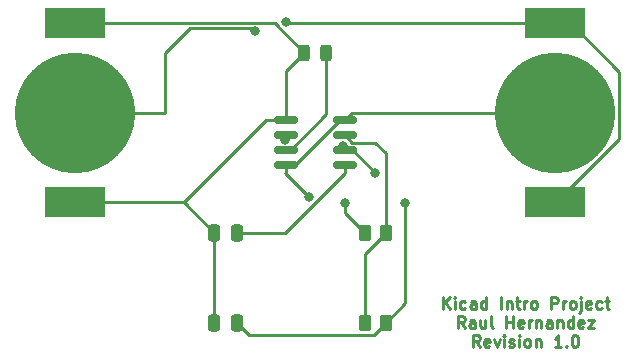
<source format=gbr>
%TF.GenerationSoftware,KiCad,Pcbnew,(6.0.7)*%
%TF.CreationDate,2022-10-01T22:51:18-07:00*%
%TF.ProjectId,Intro Project,496e7472-6f20-4507-926f-6a6563742e6b,rev?*%
%TF.SameCoordinates,Original*%
%TF.FileFunction,Copper,L1,Top*%
%TF.FilePolarity,Positive*%
%FSLAX46Y46*%
G04 Gerber Fmt 4.6, Leading zero omitted, Abs format (unit mm)*
G04 Created by KiCad (PCBNEW (6.0.7)) date 2022-10-01 22:51:18*
%MOMM*%
%LPD*%
G01*
G04 APERTURE LIST*
G04 Aperture macros list*
%AMRoundRect*
0 Rectangle with rounded corners*
0 $1 Rounding radius*
0 $2 $3 $4 $5 $6 $7 $8 $9 X,Y pos of 4 corners*
0 Add a 4 corners polygon primitive as box body*
4,1,4,$2,$3,$4,$5,$6,$7,$8,$9,$2,$3,0*
0 Add four circle primitives for the rounded corners*
1,1,$1+$1,$2,$3*
1,1,$1+$1,$4,$5*
1,1,$1+$1,$6,$7*
1,1,$1+$1,$8,$9*
0 Add four rect primitives between the rounded corners*
20,1,$1+$1,$2,$3,$4,$5,0*
20,1,$1+$1,$4,$5,$6,$7,0*
20,1,$1+$1,$6,$7,$8,$9,0*
20,1,$1+$1,$8,$9,$2,$3,0*%
G04 Aperture macros list end*
%ADD10C,0.250000*%
%TA.AperFunction,NonConductor*%
%ADD11C,0.250000*%
%TD*%
%TA.AperFunction,SMDPad,CuDef*%
%ADD12R,5.100000X2.500000*%
%TD*%
%TA.AperFunction,SMDPad,CuDef*%
%ADD13C,10.200000*%
%TD*%
%TA.AperFunction,SMDPad,CuDef*%
%ADD14RoundRect,0.250000X-0.262500X-0.450000X0.262500X-0.450000X0.262500X0.450000X-0.262500X0.450000X0*%
%TD*%
%TA.AperFunction,SMDPad,CuDef*%
%ADD15RoundRect,0.243750X-0.243750X-0.456250X0.243750X-0.456250X0.243750X0.456250X-0.243750X0.456250X0*%
%TD*%
%TA.AperFunction,SMDPad,CuDef*%
%ADD16RoundRect,0.250000X0.250000X0.475000X-0.250000X0.475000X-0.250000X-0.475000X0.250000X-0.475000X0*%
%TD*%
%TA.AperFunction,SMDPad,CuDef*%
%ADD17RoundRect,0.150000X-0.825000X-0.150000X0.825000X-0.150000X0.825000X0.150000X-0.825000X0.150000X0*%
%TD*%
%TA.AperFunction,SMDPad,CuDef*%
%ADD18RoundRect,0.250000X-0.250000X-0.475000X0.250000X-0.475000X0.250000X0.475000X-0.250000X0.475000X0*%
%TD*%
%TA.AperFunction,ViaPad*%
%ADD19C,0.800000*%
%TD*%
%TA.AperFunction,Conductor*%
%ADD20C,0.250000*%
%TD*%
G04 APERTURE END LIST*
D10*
D11*
X186063809Y-87742380D02*
X186063809Y-86742380D01*
X186635238Y-87742380D02*
X186206666Y-87170952D01*
X186635238Y-86742380D02*
X186063809Y-87313809D01*
X187063809Y-87742380D02*
X187063809Y-87075714D01*
X187063809Y-86742380D02*
X187016190Y-86790000D01*
X187063809Y-86837619D01*
X187111428Y-86790000D01*
X187063809Y-86742380D01*
X187063809Y-86837619D01*
X187968571Y-87694761D02*
X187873333Y-87742380D01*
X187682857Y-87742380D01*
X187587619Y-87694761D01*
X187540000Y-87647142D01*
X187492380Y-87551904D01*
X187492380Y-87266190D01*
X187540000Y-87170952D01*
X187587619Y-87123333D01*
X187682857Y-87075714D01*
X187873333Y-87075714D01*
X187968571Y-87123333D01*
X188825714Y-87742380D02*
X188825714Y-87218571D01*
X188778095Y-87123333D01*
X188682857Y-87075714D01*
X188492380Y-87075714D01*
X188397142Y-87123333D01*
X188825714Y-87694761D02*
X188730476Y-87742380D01*
X188492380Y-87742380D01*
X188397142Y-87694761D01*
X188349523Y-87599523D01*
X188349523Y-87504285D01*
X188397142Y-87409047D01*
X188492380Y-87361428D01*
X188730476Y-87361428D01*
X188825714Y-87313809D01*
X189730476Y-87742380D02*
X189730476Y-86742380D01*
X189730476Y-87694761D02*
X189635238Y-87742380D01*
X189444761Y-87742380D01*
X189349523Y-87694761D01*
X189301904Y-87647142D01*
X189254285Y-87551904D01*
X189254285Y-87266190D01*
X189301904Y-87170952D01*
X189349523Y-87123333D01*
X189444761Y-87075714D01*
X189635238Y-87075714D01*
X189730476Y-87123333D01*
X190968571Y-87742380D02*
X190968571Y-86742380D01*
X191444761Y-87075714D02*
X191444761Y-87742380D01*
X191444761Y-87170952D02*
X191492380Y-87123333D01*
X191587619Y-87075714D01*
X191730476Y-87075714D01*
X191825714Y-87123333D01*
X191873333Y-87218571D01*
X191873333Y-87742380D01*
X192206666Y-87075714D02*
X192587619Y-87075714D01*
X192349523Y-86742380D02*
X192349523Y-87599523D01*
X192397142Y-87694761D01*
X192492380Y-87742380D01*
X192587619Y-87742380D01*
X192920952Y-87742380D02*
X192920952Y-87075714D01*
X192920952Y-87266190D02*
X192968571Y-87170952D01*
X193016190Y-87123333D01*
X193111428Y-87075714D01*
X193206666Y-87075714D01*
X193682857Y-87742380D02*
X193587619Y-87694761D01*
X193540000Y-87647142D01*
X193492380Y-87551904D01*
X193492380Y-87266190D01*
X193540000Y-87170952D01*
X193587619Y-87123333D01*
X193682857Y-87075714D01*
X193825714Y-87075714D01*
X193920952Y-87123333D01*
X193968571Y-87170952D01*
X194016190Y-87266190D01*
X194016190Y-87551904D01*
X193968571Y-87647142D01*
X193920952Y-87694761D01*
X193825714Y-87742380D01*
X193682857Y-87742380D01*
X195206666Y-87742380D02*
X195206666Y-86742380D01*
X195587619Y-86742380D01*
X195682857Y-86790000D01*
X195730476Y-86837619D01*
X195778095Y-86932857D01*
X195778095Y-87075714D01*
X195730476Y-87170952D01*
X195682857Y-87218571D01*
X195587619Y-87266190D01*
X195206666Y-87266190D01*
X196206666Y-87742380D02*
X196206666Y-87075714D01*
X196206666Y-87266190D02*
X196254285Y-87170952D01*
X196301904Y-87123333D01*
X196397142Y-87075714D01*
X196492380Y-87075714D01*
X196968571Y-87742380D02*
X196873333Y-87694761D01*
X196825714Y-87647142D01*
X196778095Y-87551904D01*
X196778095Y-87266190D01*
X196825714Y-87170952D01*
X196873333Y-87123333D01*
X196968571Y-87075714D01*
X197111428Y-87075714D01*
X197206666Y-87123333D01*
X197254285Y-87170952D01*
X197301904Y-87266190D01*
X197301904Y-87551904D01*
X197254285Y-87647142D01*
X197206666Y-87694761D01*
X197111428Y-87742380D01*
X196968571Y-87742380D01*
X197730476Y-87075714D02*
X197730476Y-87932857D01*
X197682857Y-88028095D01*
X197587619Y-88075714D01*
X197540000Y-88075714D01*
X197730476Y-86742380D02*
X197682857Y-86790000D01*
X197730476Y-86837619D01*
X197778095Y-86790000D01*
X197730476Y-86742380D01*
X197730476Y-86837619D01*
X198587619Y-87694761D02*
X198492380Y-87742380D01*
X198301904Y-87742380D01*
X198206666Y-87694761D01*
X198159047Y-87599523D01*
X198159047Y-87218571D01*
X198206666Y-87123333D01*
X198301904Y-87075714D01*
X198492380Y-87075714D01*
X198587619Y-87123333D01*
X198635238Y-87218571D01*
X198635238Y-87313809D01*
X198159047Y-87409047D01*
X199492380Y-87694761D02*
X199397142Y-87742380D01*
X199206666Y-87742380D01*
X199111428Y-87694761D01*
X199063809Y-87647142D01*
X199016190Y-87551904D01*
X199016190Y-87266190D01*
X199063809Y-87170952D01*
X199111428Y-87123333D01*
X199206666Y-87075714D01*
X199397142Y-87075714D01*
X199492380Y-87123333D01*
X199778095Y-87075714D02*
X200159047Y-87075714D01*
X199920952Y-86742380D02*
X199920952Y-87599523D01*
X199968571Y-87694761D01*
X200063809Y-87742380D01*
X200159047Y-87742380D01*
X187897142Y-89352380D02*
X187563809Y-88876190D01*
X187325714Y-89352380D02*
X187325714Y-88352380D01*
X187706666Y-88352380D01*
X187801904Y-88400000D01*
X187849523Y-88447619D01*
X187897142Y-88542857D01*
X187897142Y-88685714D01*
X187849523Y-88780952D01*
X187801904Y-88828571D01*
X187706666Y-88876190D01*
X187325714Y-88876190D01*
X188754285Y-89352380D02*
X188754285Y-88828571D01*
X188706666Y-88733333D01*
X188611428Y-88685714D01*
X188420952Y-88685714D01*
X188325714Y-88733333D01*
X188754285Y-89304761D02*
X188659047Y-89352380D01*
X188420952Y-89352380D01*
X188325714Y-89304761D01*
X188278095Y-89209523D01*
X188278095Y-89114285D01*
X188325714Y-89019047D01*
X188420952Y-88971428D01*
X188659047Y-88971428D01*
X188754285Y-88923809D01*
X189659047Y-88685714D02*
X189659047Y-89352380D01*
X189230476Y-88685714D02*
X189230476Y-89209523D01*
X189278095Y-89304761D01*
X189373333Y-89352380D01*
X189516190Y-89352380D01*
X189611428Y-89304761D01*
X189659047Y-89257142D01*
X190278095Y-89352380D02*
X190182857Y-89304761D01*
X190135238Y-89209523D01*
X190135238Y-88352380D01*
X191420952Y-89352380D02*
X191420952Y-88352380D01*
X191420952Y-88828571D02*
X191992380Y-88828571D01*
X191992380Y-89352380D02*
X191992380Y-88352380D01*
X192849523Y-89304761D02*
X192754285Y-89352380D01*
X192563809Y-89352380D01*
X192468571Y-89304761D01*
X192420952Y-89209523D01*
X192420952Y-88828571D01*
X192468571Y-88733333D01*
X192563809Y-88685714D01*
X192754285Y-88685714D01*
X192849523Y-88733333D01*
X192897142Y-88828571D01*
X192897142Y-88923809D01*
X192420952Y-89019047D01*
X193325714Y-89352380D02*
X193325714Y-88685714D01*
X193325714Y-88876190D02*
X193373333Y-88780952D01*
X193420952Y-88733333D01*
X193516190Y-88685714D01*
X193611428Y-88685714D01*
X193944761Y-88685714D02*
X193944761Y-89352380D01*
X193944761Y-88780952D02*
X193992380Y-88733333D01*
X194087619Y-88685714D01*
X194230476Y-88685714D01*
X194325714Y-88733333D01*
X194373333Y-88828571D01*
X194373333Y-89352380D01*
X195278095Y-89352380D02*
X195278095Y-88828571D01*
X195230476Y-88733333D01*
X195135238Y-88685714D01*
X194944761Y-88685714D01*
X194849523Y-88733333D01*
X195278095Y-89304761D02*
X195182857Y-89352380D01*
X194944761Y-89352380D01*
X194849523Y-89304761D01*
X194801904Y-89209523D01*
X194801904Y-89114285D01*
X194849523Y-89019047D01*
X194944761Y-88971428D01*
X195182857Y-88971428D01*
X195278095Y-88923809D01*
X195754285Y-88685714D02*
X195754285Y-89352380D01*
X195754285Y-88780952D02*
X195801904Y-88733333D01*
X195897142Y-88685714D01*
X196040000Y-88685714D01*
X196135238Y-88733333D01*
X196182857Y-88828571D01*
X196182857Y-89352380D01*
X197087619Y-89352380D02*
X197087619Y-88352380D01*
X197087619Y-89304761D02*
X196992380Y-89352380D01*
X196801904Y-89352380D01*
X196706666Y-89304761D01*
X196659047Y-89257142D01*
X196611428Y-89161904D01*
X196611428Y-88876190D01*
X196659047Y-88780952D01*
X196706666Y-88733333D01*
X196801904Y-88685714D01*
X196992380Y-88685714D01*
X197087619Y-88733333D01*
X197944761Y-89304761D02*
X197849523Y-89352380D01*
X197659047Y-89352380D01*
X197563809Y-89304761D01*
X197516190Y-89209523D01*
X197516190Y-88828571D01*
X197563809Y-88733333D01*
X197659047Y-88685714D01*
X197849523Y-88685714D01*
X197944761Y-88733333D01*
X197992380Y-88828571D01*
X197992380Y-88923809D01*
X197516190Y-89019047D01*
X198325714Y-88685714D02*
X198849523Y-88685714D01*
X198325714Y-89352380D01*
X198849523Y-89352380D01*
X189182857Y-90962380D02*
X188849523Y-90486190D01*
X188611428Y-90962380D02*
X188611428Y-89962380D01*
X188992380Y-89962380D01*
X189087619Y-90010000D01*
X189135238Y-90057619D01*
X189182857Y-90152857D01*
X189182857Y-90295714D01*
X189135238Y-90390952D01*
X189087619Y-90438571D01*
X188992380Y-90486190D01*
X188611428Y-90486190D01*
X189992380Y-90914761D02*
X189897142Y-90962380D01*
X189706666Y-90962380D01*
X189611428Y-90914761D01*
X189563809Y-90819523D01*
X189563809Y-90438571D01*
X189611428Y-90343333D01*
X189706666Y-90295714D01*
X189897142Y-90295714D01*
X189992380Y-90343333D01*
X190040000Y-90438571D01*
X190040000Y-90533809D01*
X189563809Y-90629047D01*
X190373333Y-90295714D02*
X190611428Y-90962380D01*
X190849523Y-90295714D01*
X191230476Y-90962380D02*
X191230476Y-90295714D01*
X191230476Y-89962380D02*
X191182857Y-90010000D01*
X191230476Y-90057619D01*
X191278095Y-90010000D01*
X191230476Y-89962380D01*
X191230476Y-90057619D01*
X191659047Y-90914761D02*
X191754285Y-90962380D01*
X191944761Y-90962380D01*
X192040000Y-90914761D01*
X192087619Y-90819523D01*
X192087619Y-90771904D01*
X192040000Y-90676666D01*
X191944761Y-90629047D01*
X191801904Y-90629047D01*
X191706666Y-90581428D01*
X191659047Y-90486190D01*
X191659047Y-90438571D01*
X191706666Y-90343333D01*
X191801904Y-90295714D01*
X191944761Y-90295714D01*
X192040000Y-90343333D01*
X192516190Y-90962380D02*
X192516190Y-90295714D01*
X192516190Y-89962380D02*
X192468571Y-90010000D01*
X192516190Y-90057619D01*
X192563809Y-90010000D01*
X192516190Y-89962380D01*
X192516190Y-90057619D01*
X193135238Y-90962380D02*
X193040000Y-90914761D01*
X192992380Y-90867142D01*
X192944761Y-90771904D01*
X192944761Y-90486190D01*
X192992380Y-90390952D01*
X193040000Y-90343333D01*
X193135238Y-90295714D01*
X193278095Y-90295714D01*
X193373333Y-90343333D01*
X193420952Y-90390952D01*
X193468571Y-90486190D01*
X193468571Y-90771904D01*
X193420952Y-90867142D01*
X193373333Y-90914761D01*
X193278095Y-90962380D01*
X193135238Y-90962380D01*
X193897142Y-90295714D02*
X193897142Y-90962380D01*
X193897142Y-90390952D02*
X193944761Y-90343333D01*
X194040000Y-90295714D01*
X194182857Y-90295714D01*
X194278095Y-90343333D01*
X194325714Y-90438571D01*
X194325714Y-90962380D01*
X196087619Y-90962380D02*
X195516190Y-90962380D01*
X195801904Y-90962380D02*
X195801904Y-89962380D01*
X195706666Y-90105238D01*
X195611428Y-90200476D01*
X195516190Y-90248095D01*
X196516190Y-90867142D02*
X196563809Y-90914761D01*
X196516190Y-90962380D01*
X196468571Y-90914761D01*
X196516190Y-90867142D01*
X196516190Y-90962380D01*
X197182857Y-89962380D02*
X197278095Y-89962380D01*
X197373333Y-90010000D01*
X197420952Y-90057619D01*
X197468571Y-90152857D01*
X197516190Y-90343333D01*
X197516190Y-90581428D01*
X197468571Y-90771904D01*
X197420952Y-90867142D01*
X197373333Y-90914761D01*
X197278095Y-90962380D01*
X197182857Y-90962380D01*
X197087619Y-90914761D01*
X197040000Y-90867142D01*
X196992380Y-90771904D01*
X196944761Y-90581428D01*
X196944761Y-90343333D01*
X196992380Y-90152857D01*
X197040000Y-90057619D01*
X197087619Y-90010000D01*
X197182857Y-89962380D01*
D12*
%TO.P,BT1,1,+*%
%TO.N,Net-(BT1-Pad1)*%
X195580000Y-63520000D03*
X195580000Y-78720000D03*
D13*
%TO.P,BT1,2,-*%
%TO.N,VCC*%
X195580000Y-71120000D03*
%TD*%
D14*
%TO.P,10k1,1*%
%TO.N,VCC*%
X179427500Y-81280000D03*
%TO.P,10k1,2*%
%TO.N,Net-(5k1-Pad1)*%
X181252500Y-81280000D03*
%TD*%
D12*
%TO.P,BT2,1,+*%
%TO.N,GND*%
X154940000Y-63520000D03*
X154940000Y-78720000D03*
D13*
%TO.P,BT2,2,-*%
%TO.N,Net-(BT1-Pad1)*%
X154940000Y-71120000D03*
%TD*%
D15*
%TO.P,D1,1,K*%
%TO.N,GND*%
X174322500Y-66040000D03*
%TO.P,D1,2,A*%
%TO.N,Net-(U1-Pad3)*%
X176197500Y-66040000D03*
%TD*%
D16*
%TO.P,C1,1*%
%TO.N,Net-(C1-Pad1)*%
X168590000Y-81280000D03*
%TO.P,C1,2*%
%TO.N,GND*%
X166690000Y-81280000D03*
%TD*%
D17*
%TO.P,U1,1,GND*%
%TO.N,GND*%
X172785000Y-71755000D03*
%TO.P,U1,2,TR*%
%TO.N,Net-(C2-Pad2)*%
X172785000Y-73025000D03*
%TO.P,U1,3,Q*%
%TO.N,Net-(U1-Pad3)*%
X172785000Y-74295000D03*
%TO.P,U1,4,R*%
%TO.N,VCC*%
X172785000Y-75565000D03*
%TO.P,U1,5,CV*%
%TO.N,Net-(C1-Pad1)*%
X177735000Y-75565000D03*
%TO.P,U1,6,THR*%
%TO.N,Net-(C2-Pad2)*%
X177735000Y-74295000D03*
%TO.P,U1,7,DIS*%
%TO.N,Net-(5k1-Pad1)*%
X177735000Y-73025000D03*
%TO.P,U1,8,VCC*%
%TO.N,VCC*%
X177735000Y-71755000D03*
%TD*%
D18*
%TO.P,C2,1*%
%TO.N,GND*%
X166690000Y-88900000D03*
%TO.P,C2,2*%
%TO.N,Net-(C2-Pad2)*%
X168590000Y-88900000D03*
%TD*%
D14*
%TO.P,5k1,1*%
%TO.N,Net-(5k1-Pad1)*%
X179427500Y-88900000D03*
%TO.P,5k1,2*%
%TO.N,Net-(C2-Pad2)*%
X181252500Y-88900000D03*
%TD*%
D19*
%TO.N,Net-(C2-Pad2)*%
X177627701Y-73942299D03*
X172720000Y-73395500D03*
X180340000Y-76200000D03*
X182880000Y-78740000D03*
%TO.N,VCC*%
X177800000Y-78740000D03*
X174747700Y-78227700D03*
%TO.N,Net-(BT1-Pad1)*%
X172763549Y-63456451D03*
X170180000Y-64244500D03*
%TD*%
D20*
%TO.N,Net-(5k1-Pad1)*%
X179427500Y-83105000D02*
X181252500Y-81280000D01*
X179427500Y-88900000D02*
X179427500Y-83105000D01*
%TO.N,Net-(U1-Pad3)*%
X176197500Y-71259251D02*
X176197500Y-66040000D01*
X173161751Y-74295000D02*
X176197500Y-71259251D01*
X172785000Y-74295000D02*
X173161751Y-74295000D01*
%TO.N,GND*%
X171095000Y-71755000D02*
X172785000Y-71755000D01*
X164130000Y-78720000D02*
X171095000Y-71755000D01*
%TO.N,VCC*%
X177358249Y-71755000D02*
X177735000Y-71755000D01*
X173548249Y-75565000D02*
X177358249Y-71755000D01*
X172785000Y-75565000D02*
X173548249Y-75565000D01*
%TO.N,Net-(C2-Pad2)*%
X177627701Y-74187701D02*
X177735000Y-74295000D01*
X177627701Y-73942299D02*
X177627701Y-74187701D01*
X172785000Y-73330500D02*
X172720000Y-73395500D01*
X172785000Y-73025000D02*
X172785000Y-73330500D01*
X178435000Y-74295000D02*
X180340000Y-76200000D01*
X177735000Y-74295000D02*
X178435000Y-74295000D01*
X182880000Y-81280000D02*
X182880000Y-78740000D01*
X182880000Y-87272500D02*
X182880000Y-81280000D01*
%TO.N,Net-(5k1-Pad1)*%
X181252500Y-74572500D02*
X181252500Y-81280000D01*
X180340000Y-73660000D02*
X181252500Y-74572500D01*
X178370000Y-73660000D02*
X180340000Y-73660000D01*
%TO.N,Net-(C2-Pad2)*%
X177735000Y-74295000D02*
X177800000Y-74230000D01*
%TO.N,Net-(5k1-Pad1)*%
X177735000Y-73025000D02*
X178370000Y-73660000D01*
%TO.N,VCC*%
X177800000Y-79652500D02*
X179109302Y-80961802D01*
X177800000Y-78740000D02*
X177800000Y-79652500D01*
X172720000Y-76200000D02*
X174747700Y-78227700D01*
X172785000Y-76135000D02*
X172720000Y-76200000D01*
X172785000Y-75565000D02*
X172785000Y-76135000D01*
%TO.N,Net-(BT1-Pad1)*%
X172807098Y-63500000D02*
X172763549Y-63456451D01*
X175260000Y-63500000D02*
X172807098Y-63500000D01*
X175280000Y-63520000D02*
X175260000Y-63500000D01*
X195580000Y-63520000D02*
X175280000Y-63520000D01*
X170180000Y-63970000D02*
X170180000Y-64244500D01*
%TO.N,GND*%
X170200000Y-63520000D02*
X171802500Y-63520000D01*
X154940000Y-63520000D02*
X170200000Y-63520000D01*
%TO.N,Net-(BT1-Pad1)*%
X164630000Y-63970000D02*
X170180000Y-63970000D01*
X162560000Y-66040000D02*
X164630000Y-63970000D01*
X162560000Y-71120000D02*
X162560000Y-66040000D01*
%TO.N,Net-(C2-Pad2)*%
X181252500Y-88900000D02*
X182880000Y-87272500D01*
%TO.N,Net-(C1-Pad1)*%
X175260000Y-78740000D02*
X177800000Y-76200000D01*
X177735000Y-75565000D02*
X177735000Y-76135000D01*
X172720000Y-81280000D02*
X175260000Y-78740000D01*
X168590000Y-81280000D02*
X172720000Y-81280000D01*
%TO.N,Net-(C2-Pad2)*%
X169615000Y-89925000D02*
X180227500Y-89925000D01*
X168590000Y-88900000D02*
X169615000Y-89925000D01*
X180227500Y-89925000D02*
X181252500Y-88900000D01*
%TO.N,Net-(BT1-Pad1)*%
X201005000Y-67645000D02*
X201005000Y-73367109D01*
X196880000Y-63520000D02*
X201005000Y-67645000D01*
X195652109Y-78720000D02*
X195580000Y-78720000D01*
X195580000Y-63520000D02*
X196880000Y-63520000D01*
X201005000Y-73367109D02*
X195652109Y-78720000D01*
%TO.N,GND*%
X164130000Y-78720000D02*
X154940000Y-78720000D01*
X166690000Y-81280000D02*
X164130000Y-78720000D01*
X166690000Y-81280000D02*
X166690000Y-88900000D01*
X172785000Y-67577500D02*
X174322500Y-66040000D01*
X172785000Y-71755000D02*
X172785000Y-67577500D01*
%TO.N,VCC*%
X178370000Y-71120000D02*
X195580000Y-71120000D01*
X177735000Y-71755000D02*
X178370000Y-71120000D01*
%TO.N,Net-(BT1-Pad1)*%
X154940000Y-71120000D02*
X162560000Y-71120000D01*
%TO.N,GND*%
X171802500Y-63520000D02*
X174322500Y-66040000D01*
%TD*%
M02*

</source>
